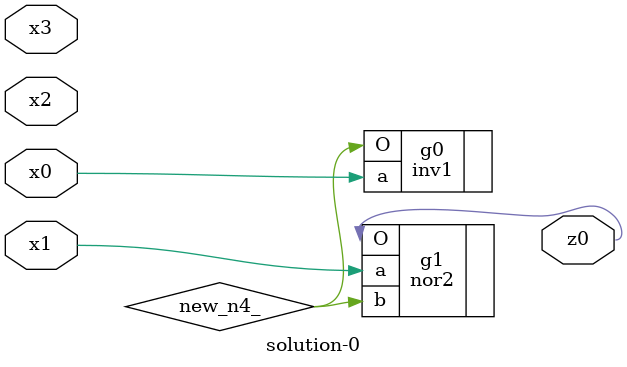
<source format=v>
module \solution-0 (
  x0, x1, x2, x3,
  z0 );
  input x0, x1, x2, x3;
  output z0;
  wire new_n4_;
  inv1  g0(.a(x0), .O(new_n4_));
  nor2  g1(.a(x1), .b(new_n4_), .O(z0));
endmodule

</source>
